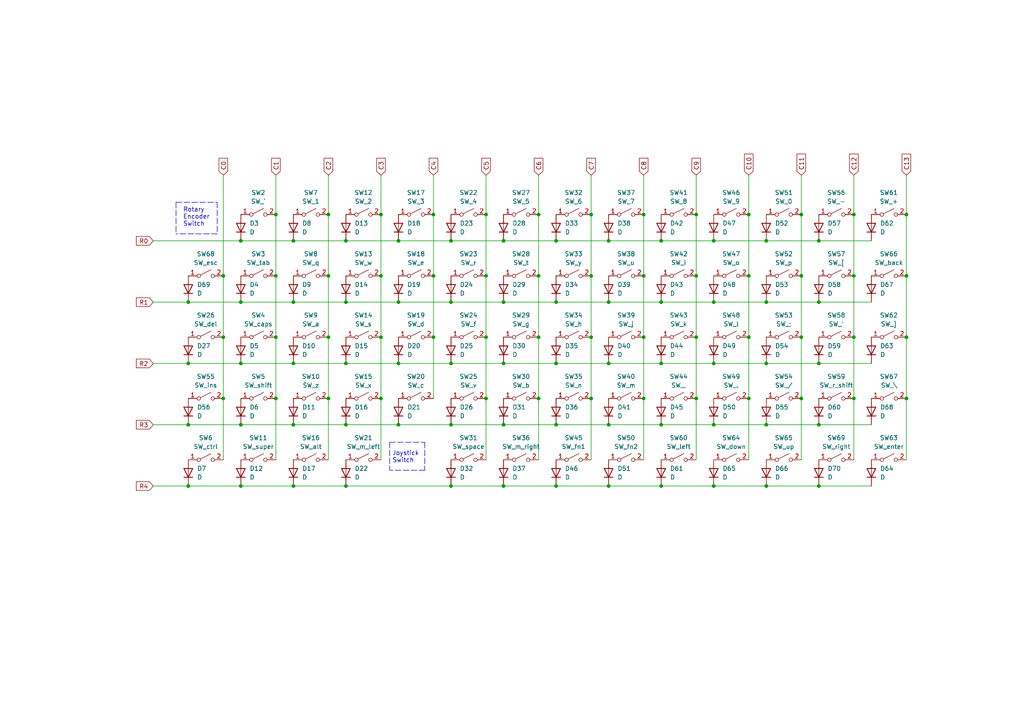
<source format=kicad_sch>
(kicad_sch (version 20211123) (generator eeschema)
  (paper "A4")
  (title_block (title "Switch Matrix") (comment 1 "CC BY-SA 2.0"))
  (lib_symbols
    (symbol "Device:D" (pin_numbers hide) (pin_names (offset 1.016) hide)
      (property "Reference" "D" (at 0 2.54 0))
      (property "Value" "D" (at 0 -2.54 0))
      (symbol "D_0_1"
        (polyline (pts (xy -1.27 1.27) (xy -1.27 -1.27)) (stroke (width 0.254)))
        (polyline (pts (xy 1.27 0) (xy -1.27 0)))
        (polyline (pts (xy 1.27 1.27) (xy 1.27 -1.27) (xy -1.27 0) (xy 1.27 1.27)) (stroke (width 0.254)))
      )
      (symbol "D_1_1"
        (pin passive line (at -3.81 0 0) (length 2.54) (name "K") (number "1"))
        (pin passive line (at 3.81 0 180) (length 2.54) (name "A") (number "2"))
      )
    )
    (symbol "Switch:SW_SPST" (pin_names (offset 0) hide)
      (property "Reference" "SW" (at 0 3.175 0))
      (property "Value" "SW_SPST" (at 0 -2.54 0))
      (symbol "SW_SPST_0_0"
        (circle (center -2.032 0) (radius 0.508))
        (polyline (pts (xy -1.524 0.254) (xy 1.524 1.778)))
        (circle (center 2.032 0) (radius 0.508))
      )
      (symbol "SW_SPST_1_1"
        (pin passive line (at -5.08 0 0) (length 2.54) (name "A") (number "1"))
        (pin passive line (at 5.08 0 180) (length 2.54) (name "B") (number "2"))
      )
    )
  )
  (junction (at 54.61 123.19))
  (junction (at 85.09 69.85))
  (junction (at 156.21 80.01))
  (junction (at 115.57 69.85))
  (junction (at 207.01 140.97))
  (junction (at 232.41 97.79))
  (junction (at 156.21 115.57))
  (junction (at 100.33 69.85))
  (junction (at 140.97 80.01))
  (junction (at 201.93 115.57))
  (junction (at 191.77 105.41))
  (junction (at 95.25 97.79))
  (junction (at 207.01 105.41))
  (junction (at 247.65 80.01))
  (junction (at 125.73 80.01))
  (junction (at 69.85 105.41))
  (junction (at 207.01 69.85))
  (junction (at 100.33 87.63))
  (junction (at 130.81 140.97))
  (junction (at 247.65 115.57))
  (junction (at 85.09 105.41))
  (junction (at 262.89 97.79))
  (junction (at 146.05 87.63))
  (junction (at 207.01 87.63))
  (junction (at 186.69 97.79))
  (junction (at 130.81 87.63))
  (junction (at 130.81 105.41))
  (junction (at 95.25 80.01))
  (junction (at 201.93 62.23))
  (junction (at 85.09 87.63))
  (junction (at 140.97 97.79))
  (junction (at 110.49 97.79))
  (junction (at 146.05 69.85))
  (junction (at 95.25 62.23))
  (junction (at 237.49 140.97))
  (junction (at 191.77 87.63))
  (junction (at 64.77 115.57))
  (junction (at 171.45 80.01))
  (junction (at 186.69 80.01))
  (junction (at 191.77 69.85))
  (junction (at 80.01 80.01))
  (junction (at 232.41 62.23))
  (junction (at 110.49 80.01))
  (junction (at 201.93 80.01))
  (junction (at 64.77 97.79))
  (junction (at 262.89 115.57))
  (junction (at 176.53 69.85))
  (junction (at 201.93 97.79))
  (junction (at 237.49 87.63))
  (junction (at 80.01 97.79))
  (junction (at 176.53 140.97))
  (junction (at 115.57 87.63))
  (junction (at 247.65 62.23))
  (junction (at 171.45 115.57))
  (junction (at 262.89 62.23))
  (junction (at 237.49 105.41))
  (junction (at 100.33 123.19))
  (junction (at 171.45 62.23))
  (junction (at 222.25 69.85))
  (junction (at 115.57 123.19))
  (junction (at 130.81 69.85))
  (junction (at 161.29 123.19))
  (junction (at 161.29 105.41))
  (junction (at 222.25 87.63))
  (junction (at 217.17 80.01))
  (junction (at 64.77 80.01))
  (junction (at 130.81 123.19))
  (junction (at 69.85 140.97))
  (junction (at 171.45 97.79))
  (junction (at 100.33 105.41))
  (junction (at 156.21 62.23))
  (junction (at 110.49 62.23))
  (junction (at 146.05 123.19))
  (junction (at 146.05 105.41))
  (junction (at 115.57 105.41))
  (junction (at 125.73 97.79))
  (junction (at 80.01 115.57))
  (junction (at 54.61 105.41))
  (junction (at 54.61 140.97))
  (junction (at 85.09 140.97))
  (junction (at 95.25 115.57))
  (junction (at 85.09 123.19))
  (junction (at 217.17 62.23))
  (junction (at 232.41 115.57))
  (junction (at 191.77 140.97))
  (junction (at 237.49 69.85))
  (junction (at 186.69 115.57))
  (junction (at 140.97 62.23))
  (junction (at 54.61 87.63))
  (junction (at 156.21 97.79))
  (junction (at 217.17 97.79))
  (junction (at 191.77 123.19))
  (junction (at 161.29 87.63))
  (junction (at 161.29 69.85))
  (junction (at 176.53 105.41))
  (junction (at 222.25 123.19))
  (junction (at 222.25 105.41))
  (junction (at 217.17 115.57))
  (junction (at 69.85 69.85))
  (junction (at 100.33 140.97))
  (junction (at 125.73 62.23))
  (junction (at 140.97 115.57))
  (junction (at 146.05 140.97))
  (junction (at 176.53 87.63))
  (junction (at 262.89 80.01))
  (junction (at 176.53 123.19))
  (junction (at 69.85 87.63))
  (junction (at 232.41 80.01))
  (junction (at 69.85 123.19))
  (junction (at 207.01 123.19))
  (junction (at 247.65 97.79))
  (junction (at 110.49 115.57))
  (junction (at 161.29 140.97))
  (junction (at 237.49 123.19))
  (junction (at 222.25 140.97))
  (junction (at 80.01 62.23))
  (junction (at 186.69 62.23))
  (wire (pts (xy 161.29 69.85) (xy 176.53 69.85)))
  (wire (pts (xy 146.05 123.19) (xy 161.29 123.19)))
  (wire (pts (xy 44.45 105.41) (xy 54.61 105.41)))
  (wire (pts (xy 201.93 97.79) (xy 201.93 115.57)))
  (wire (pts (xy 69.85 105.41) (xy 85.09 105.41)))
  (wire (pts (xy 44.45 87.63) (xy 54.61 87.63)))
  (wire (pts (xy 130.81 140.97) (xy 146.05 140.97)))
  (wire (pts (xy 176.53 87.63) (xy 191.77 87.63)))
  (wire (pts (xy 171.45 115.57) (xy 171.45 133.35)))
  (wire (pts (xy 100.33 105.41) (xy 115.57 105.41)))
  (wire (pts (xy 222.25 105.41) (xy 237.49 105.41)))
  (wire (pts (xy 191.77 140.97) (xy 207.01 140.97)))
  (wire (pts (xy 85.09 140.97) (xy 100.33 140.97)))
  (wire (pts (xy 237.49 87.63) (xy 252.73 87.63)))
  (wire (pts (xy 80.01 115.57) (xy 80.01 133.35)))
  (wire (pts (xy 232.41 80.01) (xy 232.41 97.79)))
  (wire (pts (xy 130.81 87.63) (xy 146.05 87.63)))
  (wire (pts (xy 176.53 140.97) (xy 191.77 140.97)))
  (wire (pts (xy 130.81 123.19) (xy 146.05 123.19)))
  (wire (pts (xy 146.05 87.63) (xy 161.29 87.63)))
  (polyline (pts (xy 123.19 128.27) (xy 123.19 136.398)))
  (wire (pts (xy 186.69 50.8) (xy 186.69 62.23)))
  (wire (pts (xy 54.61 123.19) (xy 69.85 123.19)))
  (wire (pts (xy 201.93 50.8) (xy 201.93 62.23)))
  (wire (pts (xy 237.49 140.97) (xy 252.73 140.97)))
  (wire (pts (xy 54.61 105.41) (xy 69.85 105.41)))
  (wire (pts (xy 176.53 105.41) (xy 191.77 105.41)))
  (wire (pts (xy 69.85 69.85) (xy 85.09 69.85)))
  (wire (pts (xy 191.77 105.41) (xy 207.01 105.41)))
  (polyline (pts (xy 62.992 67.818) (xy 51.054 67.818)))
  (wire (pts (xy 217.17 115.57) (xy 217.17 133.35)))
  (wire (pts (xy 125.73 62.23) (xy 125.73 80.01)))
  (wire (pts (xy 232.41 97.79) (xy 232.41 115.57)))
  (wire (pts (xy 191.77 87.63) (xy 207.01 87.63)))
  (wire (pts (xy 262.89 62.23) (xy 262.89 80.01)))
  (wire (pts (xy 247.65 97.79) (xy 247.65 115.57)))
  (wire (pts (xy 100.33 69.85) (xy 115.57 69.85)))
  (wire (pts (xy 247.65 62.23) (xy 247.65 80.01)))
  (wire (pts (xy 125.73 97.79) (xy 125.73 115.57)))
  (wire (pts (xy 186.69 62.23) (xy 186.69 80.01)))
  (wire (pts (xy 115.57 69.85) (xy 130.81 69.85)))
  (wire (pts (xy 237.49 123.19) (xy 252.73 123.19)))
  (wire (pts (xy 130.81 105.41) (xy 146.05 105.41)))
  (wire (pts (xy 156.21 50.8) (xy 156.21 62.23)))
  (wire (pts (xy 171.45 62.23) (xy 171.45 80.01)))
  (wire (pts (xy 222.25 123.19) (xy 237.49 123.19)))
  (wire (pts (xy 161.29 105.41) (xy 176.53 105.41)))
  (wire (pts (xy 201.93 80.01) (xy 201.93 97.79)))
  (wire (pts (xy 85.09 123.19) (xy 100.33 123.19)))
  (wire (pts (xy 232.41 62.23) (xy 232.41 80.01)))
  (wire (pts (xy 262.89 97.79) (xy 262.89 115.57)))
  (wire (pts (xy 207.01 140.97) (xy 222.25 140.97)))
  (wire (pts (xy 232.41 115.57) (xy 232.41 133.35)))
  (wire (pts (xy 262.89 115.57) (xy 262.89 133.35)))
  (wire (pts (xy 156.21 80.01) (xy 156.21 97.79)))
  (wire (pts (xy 125.73 80.01) (xy 125.73 97.79)))
  (wire (pts (xy 110.49 50.8) (xy 110.49 62.23)))
  (wire (pts (xy 171.45 97.79) (xy 171.45 115.57)))
  (wire (pts (xy 186.69 97.79) (xy 186.69 115.57)))
  (wire (pts (xy 201.93 115.57) (xy 201.93 133.35)))
  (wire (pts (xy 247.65 115.57) (xy 247.65 133.35)))
  (wire (pts (xy 140.97 62.23) (xy 140.97 80.01)))
  (wire (pts (xy 156.21 115.57) (xy 156.21 133.35)))
  (wire (pts (xy 110.49 62.23) (xy 110.49 80.01)))
  (wire (pts (xy 80.01 80.01) (xy 80.01 97.79)))
  (polyline (pts (xy 113.03 128.27) (xy 123.19 128.27)))
  (wire (pts (xy 217.17 62.23) (xy 217.17 80.01)))
  (polyline (pts (xy 51.054 58.674) (xy 51.054 67.818)))
  (wire (pts (xy 176.53 123.19) (xy 191.77 123.19)))
  (wire (pts (xy 262.89 80.01) (xy 262.89 97.79)))
  (wire (pts (xy 130.81 69.85) (xy 146.05 69.85)))
  (wire (pts (xy 207.01 105.41) (xy 222.25 105.41)))
  (wire (pts (xy 247.65 80.01) (xy 247.65 97.79)))
  (wire (pts (xy 217.17 80.01) (xy 217.17 97.79)))
  (wire (pts (xy 207.01 123.19) (xy 222.25 123.19)))
  (wire (pts (xy 85.09 105.41) (xy 100.33 105.41)))
  (wire (pts (xy 156.21 97.79) (xy 156.21 115.57)))
  (wire (pts (xy 171.45 80.01) (xy 171.45 97.79)))
  (wire (pts (xy 222.25 87.63) (xy 237.49 87.63)))
  (wire (pts (xy 95.25 80.01) (xy 95.25 97.79)))
  (wire (pts (xy 161.29 87.63) (xy 176.53 87.63)))
  (wire (pts (xy 80.01 97.79) (xy 80.01 115.57)))
  (wire (pts (xy 85.09 87.63) (xy 100.33 87.63)))
  (wire (pts (xy 44.45 123.19) (xy 54.61 123.19)))
  (wire (pts (xy 156.21 62.23) (xy 156.21 80.01)))
  (wire (pts (xy 125.73 50.8) (xy 125.73 62.23)))
  (wire (pts (xy 191.77 123.19) (xy 207.01 123.19)))
  (wire (pts (xy 69.85 140.97) (xy 85.09 140.97)))
  (wire (pts (xy 201.93 62.23) (xy 201.93 80.01)))
  (wire (pts (xy 64.77 80.01) (xy 64.77 97.79)))
  (wire (pts (xy 146.05 69.85) (xy 161.29 69.85)))
  (wire (pts (xy 110.49 97.79) (xy 110.49 115.57)))
  (wire (pts (xy 64.77 97.79) (xy 64.77 115.57)))
  (wire (pts (xy 262.89 50.8) (xy 262.89 62.23)))
  (wire (pts (xy 115.57 123.19) (xy 130.81 123.19)))
  (wire (pts (xy 146.05 140.97) (xy 161.29 140.97)))
  (wire (pts (xy 222.25 69.85) (xy 237.49 69.85)))
  (polyline (pts (xy 113.03 128.27) (xy 113.03 136.398)))
  (polyline (pts (xy 123.19 136.398) (xy 113.03 136.398)))
  (wire (pts (xy 247.65 50.8) (xy 247.65 62.23)))
  (wire (pts (xy 140.97 80.01) (xy 140.97 97.79)))
  (wire (pts (xy 207.01 87.63) (xy 222.25 87.63)))
  (wire (pts (xy 115.57 105.41) (xy 130.81 105.41)))
  (wire (pts (xy 207.01 69.85) (xy 222.25 69.85)))
  (wire (pts (xy 237.49 105.41) (xy 252.73 105.41)))
  (wire (pts (xy 69.85 123.19) (xy 85.09 123.19)))
  (wire (pts (xy 191.77 69.85) (xy 207.01 69.85)))
  (wire (pts (xy 140.97 97.79) (xy 140.97 115.57)))
  (wire (pts (xy 161.29 140.97) (xy 176.53 140.97)))
  (polyline (pts (xy 62.992 58.674) (xy 62.992 67.818)))
  (wire (pts (xy 54.61 140.97) (xy 69.85 140.97)))
  (wire (pts (xy 80.01 62.23) (xy 80.01 80.01)))
  (wire (pts (xy 140.97 115.57) (xy 140.97 133.35)))
  (wire (pts (xy 186.69 115.57) (xy 186.69 133.35)))
  (wire (pts (xy 85.09 69.85) (xy 100.33 69.85)))
  (wire (pts (xy 161.29 123.19) (xy 176.53 123.19)))
  (wire (pts (xy 217.17 50.8) (xy 217.17 62.23)))
  (wire (pts (xy 69.85 87.63) (xy 85.09 87.63)))
  (wire (pts (xy 176.53 69.85) (xy 191.77 69.85)))
  (wire (pts (xy 237.49 69.85) (xy 252.73 69.85)))
  (wire (pts (xy 95.25 115.57) (xy 95.25 133.35)))
  (wire (pts (xy 222.25 140.97) (xy 237.49 140.97)))
  (wire (pts (xy 95.25 50.8) (xy 95.25 62.23)))
  (wire (pts (xy 95.25 62.23) (xy 95.25 80.01)))
  (wire (pts (xy 140.97 50.8) (xy 140.97 62.23)))
  (wire (pts (xy 95.25 97.79) (xy 95.25 115.57)))
  (wire (pts (xy 110.49 80.01) (xy 110.49 97.79)))
  (wire (pts (xy 217.17 97.79) (xy 217.17 115.57)))
  (wire (pts (xy 44.45 69.85) (xy 69.85 69.85)))
  (wire (pts (xy 100.33 123.19) (xy 115.57 123.19)))
  (wire (pts (xy 186.69 80.01) (xy 186.69 97.79)))
  (wire (pts (xy 110.49 115.57) (xy 110.49 133.35)))
  (wire (pts (xy 146.05 105.41) (xy 161.29 105.41)))
  (wire (pts (xy 171.45 50.8) (xy 171.45 62.23)))
  (wire (pts (xy 44.45 140.97) (xy 54.61 140.97)))
  (polyline (pts (xy 51.054 58.674) (xy 62.992 58.674)))
  (wire (pts (xy 64.77 50.8) (xy 64.77 80.01)))
  (wire (pts (xy 54.61 87.63) (xy 69.85 87.63)))
  (wire (pts (xy 100.33 140.97) (xy 130.81 140.97)))
  (wire (pts (xy 64.77 115.57) (xy 64.77 133.35)))
  (wire (pts (xy 115.57 87.63) (xy 130.81 87.63)))
  (wire (pts (xy 232.41 50.8) (xy 232.41 62.23)))
  (wire (pts (xy 80.01 50.8) (xy 80.01 62.23)))
  (wire (pts (xy 100.33 87.63) (xy 115.57 87.63)))
  (text "Rotary\nEncoder\nSwitch" (at 53.086 65.786 0) (effects (font (size 1.27 1.27)) (justify left bottom)))
  (text "Joystick\nSwitch" (at 113.792 134.366 0) (effects (font (size 1.27 1.27)) (justify left bottom)))
  (global_label "R1" (shape input) (at 44.45 87.63 180) (property "Intersheet References" "${INTERSHEET_REFS}" (effects hide)))
  (global_label "C4" (shape input) (at 125.73 50.8 90) (property "Intersheet References" "${INTERSHEET_REFS}" (effects hide)))
  (global_label "C13" (shape input) (at 262.89 50.8 90) (property "Intersheet References" "${INTERSHEET_REFS}" (effects hide)))
  (global_label "C10" (shape input) (at 217.17 50.8 90) (property "Intersheet References" "${INTERSHEET_REFS}" (effects hide)))
  (global_label "R3" (shape input) (at 44.45 123.19 180) (property "Intersheet References" "${INTERSHEET_REFS}" (effects hide)))
  (global_label "C7" (shape input) (at 171.45 50.8 90) (property "Intersheet References" "${INTERSHEET_REFS}" (effects hide)))
  (global_label "R4" (shape input) (at 44.45 140.97 180) (property "Intersheet References" "${INTERSHEET_REFS}" (effects hide)))
  (global_label "C8" (shape input) (at 186.69 50.8 90) (property "Intersheet References" "${INTERSHEET_REFS}" (effects hide)))
  (global_label "C3" (shape input) (at 110.49 50.8 90) (property "Intersheet References" "${INTERSHEET_REFS}" (effects hide)))
  (global_label "C12" (shape input) (at 247.65 50.8 90) (property "Intersheet References" "${INTERSHEET_REFS}" (effects hide)))
  (global_label "R0" (shape input) (at 44.45 69.85 180) (property "Intersheet References" "${INTERSHEET_REFS}" (effects hide)))
  (global_label "C1" (shape input) (at 80.01 50.8 90) (property "Intersheet References" "${INTERSHEET_REFS}" (effects hide)))
  (global_label "C5" (shape input) (at 140.97 50.8 90) (property "Intersheet References" "${INTERSHEET_REFS}" (effects hide)))
  (global_label "C11" (shape input) (at 232.41 50.8 90) (property "Intersheet References" "${INTERSHEET_REFS}" (effects hide)))
  (global_label "C9" (shape input) (at 201.93 50.8 90) (property "Intersheet References" "${INTERSHEET_REFS}" (effects hide)))
  (global_label "C0" (shape input) (at 64.77 50.8 90) (property "Intersheet References" "${INTERSHEET_REFS}" (effects hide)))
  (global_label "C2" (shape input) (at 95.25 50.8 90) (property "Intersheet References" "${INTERSHEET_REFS}" (effects hide)))
  (global_label "R2" (shape input) (at 44.45 105.41 180) (property "Intersheet References" "${INTERSHEET_REFS}" (effects hide)))
  (global_label "C6" (shape input) (at 156.21 50.8 90) (property "Intersheet References" "${INTERSHEET_REFS}" (effects hide)))
  (symbol (lib_id "Device:D") (at 146.05 83.82 90) (unit 1)
    (property "Reference" "D29" (at 148.59 82.5499 90) (effects (justify right)))
    (property "Value" "D" (at 148.59 85.0899 90) (effects (justify right)))
    (property "Footprint" "Diode_THT:D_DO-35_SOD27_P7.62mm_Horizontal" (effects hide))
  )
  (symbol (lib_id "Device:D") (at 252.73 83.82 90) (unit 1)
    (property "Reference" "D67" (at 255.27 82.5499 90) (effects (justify right)))
    (property "Value" "D" (at 255.27 85.0899 90) (effects (justify right)))
    (property "Footprint" "Diode_THT:D_DO-35_SOD27_P7.62mm_Horizontal" (effects hide))
  )
  (symbol (lib_id "Device:D") (at 176.53 83.82 90) (unit 1)
    (property "Reference" "D39" (at 179.07 82.5499 90) (effects (justify right)))
    (property "Value" "D" (at 179.07 85.0899 90) (effects (justify right)))
    (property "Footprint" "Diode_THT:D_DO-35_SOD27_P7.62mm_Horizontal" (effects hide))
  )
  (symbol (lib_id "Switch:SW_SPST") (at 181.61 80.01 0) (unit 1)
    (property "Reference" "SW38" (at 181.61 73.66 0))
    (property "Value" "SW_u" (at 181.61 76.2 0))
    (property "Footprint" "Switch_Keyboard_Hotswap_Kailh:SW_Hotswap_Kailh_MX_1.00u" (effects hide))
  )
  (symbol (lib_id "Switch:SW_SPST") (at 212.09 62.23 0) (unit 1)
    (property "Reference" "SW46" (at 212.09 55.88 0))
    (property "Value" "SW_9" (at 212.09 58.42 0))
    (property "Footprint" "Switch_Keyboard_Hotswap_Kailh:SW_Hotswap_Kailh_MX_1.00u" (effects hide))
  )
  (symbol (lib_id "Device:D") (at 161.29 119.38 90) (unit 1)
    (property "Reference" "D36" (at 163.83 118.1099 90) (effects (justify right)))
    (property "Value" "D" (at 163.83 120.6499 90) (effects (justify right)))
    (property "Footprint" "Diode_THT:D_DO-35_SOD27_P7.62mm_Horizontal" (effects hide))
  )
  (symbol (lib_id "Switch:SW_SPST") (at 74.93 133.35 0) (unit 1)
    (property "Reference" "SW11" (at 74.93 127 0))
    (property "Value" "SW_super" (at 74.93 129.54 0))
    (property "Footprint" "Switch_Keyboard_Hotswap_Kailh:SW_Hotswap_Kailh_MX_1.25u" (effects hide))
  )
  (symbol (lib_id "Switch:SW_SPST") (at 105.41 97.79 0) (unit 1)
    (property "Reference" "SW14" (at 105.41 91.44 0))
    (property "Value" "SW_s" (at 105.41 93.98 0))
    (property "Footprint" "Switch_Keyboard_Hotswap_Kailh:SW_Hotswap_Kailh_MX_1.00u" (effects hide))
  )
  (symbol (lib_id "Switch:SW_SPST") (at 227.33 133.35 0) (unit 1)
    (property "Reference" "SW65" (at 227.33 127 0))
    (property "Value" "SW_up" (at 227.33 129.54 0))
    (property "Footprint" "Switch_Keyboard_Hotswap_Kailh:SW_Hotswap_Kailh_MX_1.00u" (effects hide))
  )
  (symbol (lib_id "Switch:SW_SPST") (at 166.37 62.23 0) (unit 1)
    (property "Reference" "SW32" (at 166.37 55.88 0))
    (property "Value" "SW_6" (at 166.37 58.42 0))
    (property "Footprint" "Switch_Keyboard_Hotswap_Kailh:SW_Hotswap_Kailh_MX_1.00u" (effects hide))
  )
  (symbol (lib_id "Device:D") (at 100.33 137.16 90) (unit 1)
    (property "Reference" "D22" (at 102.87 135.8899 90) (effects (justify right)))
    (property "Value" "D" (at 102.87 138.4299 90) (effects (justify right)))
    (property "Footprint" "Diode_THT:D_DO-35_SOD27_P7.62mm_Horizontal" (effects hide))
  )
  (symbol (lib_id "Device:D") (at 207.01 83.82 90) (unit 1)
    (property "Reference" "D48" (at 209.55 82.5499 90) (effects (justify right)))
    (property "Value" "D" (at 209.55 85.0899 90) (effects (justify right)))
    (property "Footprint" "Diode_THT:D_DO-35_SOD27_P7.62mm_Horizontal" (effects hide))
  )
  (symbol (lib_id "Device:D") (at 222.25 83.82 90) (unit 1)
    (property "Reference" "D53" (at 224.79 82.5499 90) (effects (justify right)))
    (property "Value" "D" (at 224.79 85.0899 90) (effects (justify right)))
    (property "Footprint" "Diode_THT:D_DO-35_SOD27_P7.62mm_Horizontal" (effects hide))
  )
  (symbol (lib_id "Device:D") (at 161.29 83.82 90) (unit 1)
    (property "Reference" "D34" (at 163.83 82.5499 90) (effects (justify right)))
    (property "Value" "D" (at 163.83 85.0899 90) (effects (justify right)))
    (property "Footprint" "Diode_THT:D_DO-35_SOD27_P7.62mm_Horizontal" (effects hide))
  )
  (symbol (lib_id "Device:D") (at 54.61 119.38 90) (unit 1)
    (property "Reference" "D56" (at 57.15 118.1099 90) (effects (justify right)))
    (property "Value" "D" (at 57.15 120.6499 90) (effects (justify right)))
    (property "Footprint" "Diode_THT:D_DO-35_SOD27_P7.62mm_Horizontal" (effects hide))
  )
  (symbol (lib_id "Device:D") (at 207.01 137.16 90) (unit 1)
    (property "Reference" "D65" (at 209.55 135.8899 90) (effects (justify right)))
    (property "Value" "D" (at 209.55 138.4299 90) (effects (justify right)))
    (property "Footprint" "Diode_THT:D_DO-35_SOD27_P7.62mm_Horizontal" (effects hide))
  )
  (symbol (lib_id "Switch:SW_SPST") (at 257.81 62.23 0) (unit 1)
    (property "Reference" "SW61" (at 257.81 55.88 0))
    (property "Value" "SW_+" (at 257.81 58.42 0))
    (property "Footprint" "Switch_Keyboard_Hotswap_Kailh:SW_Hotswap_Kailh_MX_1.00u" (effects hide))
  )
  (symbol (lib_id "Device:D") (at 176.53 101.6 90) (unit 1)
    (property "Reference" "D40" (at 179.07 100.3299 90) (effects (justify right)))
    (property "Value" "D" (at 179.07 102.8699 90) (effects (justify right)))
    (property "Footprint" "Diode_THT:D_DO-35_SOD27_P7.62mm_Horizontal" (effects hide))
  )
  (symbol (lib_id "Device:D") (at 176.53 66.04 90) (unit 1)
    (property "Reference" "D38" (at 179.07 64.7699 90) (effects (justify right)))
    (property "Value" "D" (at 179.07 67.3099 90) (effects (justify right)))
    (property "Footprint" "Diode_THT:D_DO-35_SOD27_P7.62mm_Horizontal" (effects hide))
  )
  (symbol (lib_id "Switch:SW_SPST") (at 135.89 62.23 0) (unit 1)
    (property "Reference" "SW22" (at 135.89 55.88 0))
    (property "Value" "SW_4" (at 135.89 58.42 0))
    (property "Footprint" "Switch_Keyboard_Hotswap_Kailh:SW_Hotswap_Kailh_MX_1.00u" (effects hide))
  )
  (symbol (lib_id "Switch:SW_SPST") (at 74.93 62.23 0) (unit 1)
    (property "Reference" "SW2" (at 74.93 55.88 0))
    (property "Value" "SW_`" (at 74.93 58.42 0))
    (property "Footprint" "Switch_Keyboard_Hotswap_Kailh:SW_Hotswap_Kailh_MX_1.00u" (effects hide))
  )
  (symbol (lib_id "Device:D") (at 130.81 83.82 90) (unit 1)
    (property "Reference" "D24" (at 133.35 82.5499 90) (effects (justify right)))
    (property "Value" "D" (at 133.35 85.0899 90) (effects (justify right)))
    (property "Footprint" "Diode_THT:D_DO-35_SOD27_P7.62mm_Horizontal" (effects hide))
  )
  (symbol (lib_id "Device:D") (at 161.29 66.04 90) (unit 1)
    (property "Reference" "D33" (at 163.83 64.7699 90) (effects (justify right)))
    (property "Value" "D" (at 163.83 67.3099 90) (effects (justify right)))
    (property "Footprint" "Diode_THT:D_DO-35_SOD27_P7.62mm_Horizontal" (effects hide))
  )
  (symbol (lib_id "Device:D") (at 69.85 101.6 90) (unit 1)
    (property "Reference" "D5" (at 72.39 100.3299 90) (effects (justify right)))
    (property "Value" "D" (at 72.39 102.8699 90) (effects (justify right)))
    (property "Footprint" "Diode_THT:D_DO-35_SOD27_P7.62mm_Horizontal" (effects hide))
  )
  (symbol (lib_id "Device:D") (at 191.77 137.16 90) (unit 1)
    (property "Reference" "D61" (at 194.31 135.8899 90) (effects (justify right)))
    (property "Value" "D" (at 194.31 138.4299 90) (effects (justify right)))
    (property "Footprint" "Diode_THT:D_DO-35_SOD27_P7.62mm_Horizontal" (effects hide))
  )
  (symbol (lib_id "Switch:SW_SPST") (at 257.81 133.35 0) (unit 1)
    (property "Reference" "SW63" (at 257.81 127 0))
    (property "Value" "SW_enter" (at 257.81 129.54 0))
    (property "Footprint" "Switch_Keyboard_Hotswap_Kailh:SW_Hotswap_Kailh_MX_2.25u" (effects hide))
  )
  (symbol (lib_id "Device:D") (at 222.25 66.04 90) (unit 1)
    (property "Reference" "D52" (at 224.79 64.7699 90) (effects (justify right)))
    (property "Value" "D" (at 224.79 67.3099 90) (effects (justify right)))
    (property "Footprint" "Diode_THT:D_DO-35_SOD27_P7.62mm_Horizontal" (effects hide))
  )
  (symbol (lib_id "Switch:SW_SPST") (at 196.85 115.57 0) (unit 1)
    (property "Reference" "SW44" (at 196.85 109.22 0))
    (property "Value" "SW_," (at 196.85 111.76 0))
    (property "Footprint" "Switch_Keyboard_Hotswap_Kailh:SW_Hotswap_Kailh_MX_1.00u" (effects hide))
  )
  (symbol (lib_id "Device:D") (at 161.29 137.16 90) (unit 1)
    (property "Reference" "D46" (at 163.83 135.8899 90) (effects (justify right)))
    (property "Value" "D" (at 163.83 138.4299 90) (effects (justify right)))
    (property "Footprint" "Diode_THT:D_DO-35_SOD27_P7.62mm_Horizontal" (effects hide))
  )
  (symbol (lib_id "Switch:SW_SPST") (at 242.57 115.57 0) (unit 1)
    (property "Reference" "SW59" (at 242.57 109.22 0))
    (property "Value" "SW_r_shift" (at 242.57 111.76 0))
    (property "Footprint" "Switch_Keyboard_Hotswap_Kailh:SW_Hotswap_Kailh_MX_2.75u" (effects hide))
  )
  (symbol (lib_id "Switch:SW_SPST") (at 196.85 133.35 0) (unit 1)
    (property "Reference" "SW60" (at 196.85 127 0))
    (property "Value" "SW_left" (at 196.85 129.54 0))
    (property "Footprint" "Switch_Keyboard_Hotswap_Kailh:SW_Hotswap_Kailh_MX_1.00u" (effects hide))
  )
  (symbol (lib_id "Device:D") (at 100.33 83.82 90) (unit 1)
    (property "Reference" "D14" (at 102.87 82.5499 90) (effects (justify right)))
    (property "Value" "D" (at 102.87 85.0899 90) (effects (justify right)))
    (property "Footprint" "Diode_THT:D_DO-35_SOD27_P7.62mm_Horizontal" (effects hide))
  )
  (symbol (lib_id "Device:D") (at 252.73 119.38 90) (unit 1)
    (property "Reference" "D68" (at 255.27 118.1099 90) (effects (justify right)))
    (property "Value" "D" (at 255.27 120.6499 90) (effects (justify right)))
    (property "Footprint" "Diode_THT:D_DO-35_SOD27_P7.62mm_Horizontal" (effects hide))
  )
  (symbol (lib_id "Device:D") (at 237.49 137.16 90) (unit 1)
    (property "Reference" "D70" (at 240.03 135.8899 90) (effects (justify right)))
    (property "Value" "D" (at 240.03 138.4299 90) (effects (justify right)))
    (property "Footprint" "Diode_THT:D_DO-35_SOD27_P7.62mm_Horizontal" (effects hide))
  )
  (symbol (lib_id "Switch:SW_SPST") (at 151.13 133.35 0) (unit 1)
    (property "Reference" "SW36" (at 151.13 127 0))
    (property "Value" "SW_m_right" (at 151.13 129.54 0))
    (property "Footprint" "Switch_Keyboard_Hotswap_Kailh:SW_Hotswap_Kailh_MX_1.00u" (effects hide))
  )
  (symbol (lib_id "Device:D") (at 85.09 66.04 90) (unit 1)
    (property "Reference" "D8" (at 87.63 64.7699 90) (effects (justify right)))
    (property "Value" "D" (at 87.63 67.3099 90) (effects (justify right)))
    (property "Footprint" "Diode_THT:D_DO-35_SOD27_P7.62mm_Horizontal" (effects hide))
  )
  (symbol (lib_id "Device:D") (at 130.81 101.6 90) (unit 1)
    (property "Reference" "D25" (at 133.35 100.3299 90) (effects (justify right)))
    (property "Value" "D" (at 133.35 102.8699 90) (effects (justify right)))
    (property "Footprint" "Diode_THT:D_DO-35_SOD27_P7.62mm_Horizontal" (effects hide))
  )
  (symbol (lib_id "Device:D") (at 115.57 66.04 90) (unit 1)
    (property "Reference" "D18" (at 118.11 64.7699 90) (effects (justify right)))
    (property "Value" "D" (at 118.11 67.3099 90) (effects (justify right)))
    (property "Footprint" "Diode_THT:D_DO-35_SOD27_P7.62mm_Horizontal" (effects hide))
  )
  (symbol (lib_id "Switch:SW_SPST") (at 105.41 80.01 0) (unit 1)
    (property "Reference" "SW13" (at 105.41 73.66 0))
    (property "Value" "SW_w" (at 105.41 76.2 0))
    (property "Footprint" "Switch_Keyboard_Hotswap_Kailh:SW_Hotswap_Kailh_MX_1.00u" (effects hide))
  )
  (symbol (lib_id "Switch:SW_SPST") (at 105.41 133.35 0) (unit 1)
    (property "Reference" "SW21" (at 105.41 127 0))
    (property "Value" "SW_m_left" (at 105.41 129.54 0))
    (property "Footprint" "Switch_Keyboard_Hotswap_Kailh:SW_Hotswap_Kailh_MX_1.00u" (effects hide))
  )
  (symbol (lib_id "Device:D") (at 146.05 119.38 90) (unit 1)
    (property "Reference" "D31" (at 148.59 118.1099 90) (effects (justify right)))
    (property "Value" "D" (at 148.59 120.6499 90) (effects (justify right)))
    (property "Footprint" "Diode_THT:D_DO-35_SOD27_P7.62mm_Horizontal" (effects hide))
  )
  (symbol (lib_id "Device:D") (at 252.73 101.6 90) (unit 1)
    (property "Reference" "D63" (at 255.27 100.3299 90) (effects (justify right)))
    (property "Value" "D" (at 255.27 102.8699 90) (effects (justify right)))
    (property "Footprint" "Diode_THT:D_DO-35_SOD27_P7.62mm_Horizontal" (effects hide))
  )
  (symbol (lib_id "Switch:SW_SPST") (at 105.41 115.57 0) (unit 1)
    (property "Reference" "SW15" (at 105.41 109.22 0))
    (property "Value" "SW_x" (at 105.41 111.76 0))
    (property "Footprint" "Switch_Keyboard_Hotswap_Kailh:SW_Hotswap_Kailh_MX_1.00u" (effects hide))
  )
  (symbol (lib_id "Switch:SW_SPST") (at 135.89 97.79 0) (unit 1)
    (property "Reference" "SW24" (at 135.89 91.44 0))
    (property "Value" "SW_f" (at 135.89 93.98 0))
    (property "Footprint" "Switch_Keyboard_Hotswap_Kailh:SW_Hotswap_Kailh_MX_1.00u" (effects hide))
  )
  (symbol (lib_id "Switch:SW_SPST") (at 257.81 97.79 0) (unit 1)
    (property "Reference" "SW62" (at 257.81 91.44 0))
    (property "Value" "SW_]" (at 257.81 93.98 0))
    (property "Footprint" "Switch_Keyboard_Hotswap_Kailh:SW_Hotswap_Kailh_MX_1.00u" (effects hide))
  )
  (symbol (lib_id "Switch:SW_SPST") (at 74.93 97.79 0) (unit 1)
    (property "Reference" "SW4" (at 74.93 91.44 0))
    (property "Value" "SW_caps" (at 74.93 93.98 0))
    (property "Footprint" "Switch_Keyboard_Hotswap_Kailh:SW_Hotswap_Kailh_MX_1.75u" (effects hide))
  )
  (symbol (lib_id "Device:D") (at 130.81 119.38 90) (unit 1)
    (property "Reference" "D26" (at 133.35 118.1099 90) (effects (justify right)))
    (property "Value" "D" (at 133.35 120.6499 90) (effects (justify right)))
    (property "Footprint" "Diode_THT:D_DO-35_SOD27_P7.62mm_Horizontal" (effects hide))
  )
  (symbol (lib_id "Device:D") (at 69.85 137.16 90) (unit 1)
    (property "Reference" "D12" (at 72.39 135.8899 90) (effects (justify right)))
    (property "Value" "D" (at 72.39 138.4299 90) (effects (justify right)))
    (property "Footprint" "Diode_THT:D_DO-35_SOD27_P7.62mm_Horizontal" (effects hide))
  )
  (symbol (lib_id "Switch:SW_SPST") (at 212.09 80.01 0) (unit 1)
    (property "Reference" "SW47" (at 212.09 73.66 0))
    (property "Value" "SW_o" (at 212.09 76.2 0))
    (property "Footprint" "Switch_Keyboard_Hotswap_Kailh:SW_Hotswap_Kailh_MX_1.00u" (effects hide))
  )
  (symbol (lib_id "Device:D") (at 69.85 66.04 90) (unit 1)
    (property "Reference" "D3" (at 72.39 64.7699 90) (effects (justify right)))
    (property "Value" "D" (at 72.39 67.3099 90) (effects (justify right)))
    (property "Footprint" "Diode_THT:D_DO-35_SOD27_P7.62mm_Horizontal" (effects hide))
  )
  (symbol (lib_id "Switch:SW_SPST") (at 59.69 97.79 0) (unit 1)
    (property "Reference" "SW26" (at 59.69 91.44 0))
    (property "Value" "SW_del" (at 59.69 93.98 0))
    (property "Footprint" "Switch_Keyboard_Hotswap_Kailh:SW_Hotswap_Kailh_MX_1.00u" (effects hide))
  )
  (symbol (lib_id "Switch:SW_SPST") (at 105.41 62.23 0) (unit 1)
    (property "Reference" "SW12" (at 105.41 55.88 0))
    (property "Value" "SW_2" (at 105.41 58.42 0))
    (property "Footprint" "Switch_Keyboard_Hotswap_Kailh:SW_Hotswap_Kailh_MX_1.00u" (effects hide))
  )
  (symbol (lib_id "Switch:SW_SPST") (at 196.85 80.01 0) (unit 1)
    (property "Reference" "SW42" (at 196.85 73.66 0))
    (property "Value" "SW_i" (at 196.85 76.2 0))
    (property "Footprint" "Switch_Keyboard_Hotswap_Kailh:SW_Hotswap_Kailh_MX_1.00u" (effects hide))
  )
  (symbol (lib_id "Switch:SW_SPST") (at 90.17 115.57 0) (unit 1)
    (property "Reference" "SW10" (at 90.17 109.22 0))
    (property "Value" "SW_z" (at 90.17 111.76 0))
    (property "Footprint" "Switch_Keyboard_Hotswap_Kailh:SW_Hotswap_Kailh_MX_1.00u" (effects hide))
  )
  (symbol (lib_id "Switch:SW_SPST") (at 181.61 133.35 0) (unit 1)
    (property "Reference" "SW50" (at 181.61 127 0))
    (property "Value" "SW_fn2" (at 181.61 129.54 0))
    (property "Footprint" "Switch_Keyboard_Hotswap_Kailh:SW_Hotswap_Kailh_MX_1.00u" (effects hide))
  )
  (symbol (lib_id "Switch:SW_SPST") (at 135.89 115.57 0) (unit 1)
    (property "Reference" "SW25" (at 135.89 109.22 0))
    (property "Value" "SW_v" (at 135.89 111.76 0))
    (property "Footprint" "Switch_Keyboard_Hotswap_Kailh:SW_Hotswap_Kailh_MX_1.00u" (effects hide))
  )
  (symbol (lib_id "Switch:SW_SPST") (at 74.93 115.57 0) (unit 1)
    (property "Reference" "SW5" (at 74.93 109.22 0))
    (property "Value" "SW_shift" (at 74.93 111.76 0))
    (property "Footprint" "Switch_Keyboard_Hotswap_Kailh:SW_Hotswap_Kailh_MX_2.25u" (effects hide))
  )
  (symbol (lib_id "Device:D") (at 146.05 66.04 90) (unit 1)
    (property "Reference" "D28" (at 148.59 64.7699 90) (effects (justify right)))
    (property "Value" "D" (at 148.59 67.3099 90) (effects (justify right)))
    (property "Footprint" "Diode_THT:D_DO-35_SOD27_P7.62mm_Horizontal" (effects hide))
  )
  (symbol (lib_id "Device:D") (at 176.53 119.38 90) (unit 1)
    (property "Reference" "D41" (at 179.07 118.1099 90) (effects (justify right)))
    (property "Value" "D" (at 179.07 120.6499 90) (effects (justify right)))
    (property "Footprint" "Diode_THT:D_DO-35_SOD27_P7.62mm_Horizontal" (effects hide))
  )
  (symbol (lib_id "Device:D") (at 100.33 101.6 90) (unit 1)
    (property "Reference" "D15" (at 102.87 100.3299 90) (effects (justify right)))
    (property "Value" "D" (at 102.87 102.8699 90) (effects (justify right)))
    (property "Footprint" "Diode_THT:D_DO-35_SOD27_P7.62mm_Horizontal" (effects hide))
  )
  (symbol (lib_id "Switch:SW_SPST") (at 166.37 80.01 0) (unit 1)
    (property "Reference" "SW33" (at 166.37 73.66 0))
    (property "Value" "SW_y" (at 166.37 76.2 0))
    (property "Footprint" "Switch_Keyboard_Hotswap_Kailh:SW_Hotswap_Kailh_MX_1.00u" (effects hide))
  )
  (symbol (lib_id "Switch:SW_SPST") (at 151.13 80.01 0) (unit 1)
    (property "Reference" "SW28" (at 151.13 73.66 0))
    (property "Value" "SW_t" (at 151.13 76.2 0))
    (property "Footprint" "Switch_Keyboard_Hotswap_Kailh:SW_Hotswap_Kailh_MX_1.00u" (effects hide))
  )
  (symbol (lib_id "Device:D") (at 222.25 101.6 90) (unit 1)
    (property "Reference" "D54" (at 224.79 100.3299 90) (effects (justify right)))
    (property "Value" "D" (at 224.79 102.8699 90) (effects (justify right)))
    (property "Footprint" "Diode_THT:D_DO-35_SOD27_P7.62mm_Horizontal" (effects hide))
  )
  (symbol (lib_id "Switch:SW_SPST") (at 135.89 133.35 0) (unit 1)
    (property "Reference" "SW31" (at 135.89 127 0))
    (property "Value" "SW_space" (at 135.89 129.54 0))
    (property "Footprint" "Switch_Keyboard_Hotswap_Kailh:SW_Hotswap_Kailh_MX_6.25u" (effects hide))
  )
  (symbol (lib_id "Switch:SW_SPST") (at 59.69 80.01 0) (unit 1)
    (property "Reference" "SW68" (at 59.69 73.66 0))
    (property "Value" "SW_esc" (at 59.69 76.2 0))
    (property "Footprint" "Switch_Keyboard_Hotswap_Kailh:SW_Hotswap_Kailh_MX_1.00u" (effects hide))
  )
  (symbol (lib_id "Device:D") (at 54.61 101.6 90) (unit 1)
    (property "Reference" "D27" (at 57.15 100.3299 90) (effects (justify right)))
    (property "Value" "D" (at 57.15 102.8699 90) (effects (justify right)))
    (property "Footprint" "Diode_THT:D_DO-35_SOD27_P7.62mm_Horizontal" (effects hide))
  )
  (symbol (lib_id "Switch:SW_SPST") (at 196.85 97.79 0) (unit 1)
    (property "Reference" "SW43" (at 196.85 91.44 0))
    (property "Value" "SW_k" (at 196.85 93.98 0))
    (property "Footprint" "Switch_Keyboard_Hotswap_Kailh:SW_Hotswap_Kailh_MX_1.00u" (effects hide))
  )
  (symbol (lib_id "Switch:SW_SPST") (at 74.93 80.01 0) (unit 1)
    (property "Reference" "SW3" (at 74.93 73.66 0))
    (property "Value" "SW_tab" (at 74.93 76.2 0))
    (property "Footprint" "Switch_Keyboard_Hotswap_Kailh:SW_Hotswap_Kailh_MX_1.50u" (effects hide))
  )
  (symbol (lib_id "Switch:SW_SPST") (at 135.89 80.01 0) (unit 1)
    (property "Reference" "SW23" (at 135.89 73.66 0))
    (property "Value" "SW_r" (at 135.89 76.2 0))
    (property "Footprint" "Switch_Keyboard_Hotswap_Kailh:SW_Hotswap_Kailh_MX_1.00u" (effects hide))
  )
  (symbol (lib_id "Switch:SW_SPST") (at 212.09 115.57 0) (unit 1)
    (property "Reference" "SW49" (at 212.09 109.22 0))
    (property "Value" "SW_." (at 212.09 111.76 0))
    (property "Footprint" "Switch_Keyboard_Hotswap_Kailh:SW_Hotswap_Kailh_MX_1.00u" (effects hide))
  )
  (symbol (lib_id "Switch:SW_SPST") (at 212.09 133.35 0) (unit 1)
    (property "Reference" "SW64" (at 212.09 127 0))
    (property "Value" "SW_down" (at 212.09 129.54 0))
    (property "Footprint" "Switch_Keyboard_Hotswap_Kailh:SW_Hotswap_Kailh_MX_1.00u" (effects hide))
  )
  (symbol (lib_id "Device:D") (at 85.09 83.82 90) (unit 1)
    (property "Reference" "D9" (at 87.63 82.5499 90) (effects (justify right)))
    (property "Value" "D" (at 87.63 85.0899 90) (effects (justify right)))
    (property "Footprint" "Diode_THT:D_DO-35_SOD27_P7.62mm_Horizontal" (effects hide))
  )
  (symbol (lib_id "Switch:SW_SPST") (at 90.17 133.35 0) (unit 1)
    (property "Reference" "SW16" (at 90.17 127 0))
    (property "Value" "SW_alt" (at 90.17 129.54 0))
    (property "Footprint" "Switch_Keyboard_Hotswap_Kailh:SW_Hotswap_Kailh_MX_1.25u" (effects hide))
  )
  (symbol (lib_id "Switch:SW_SPST") (at 166.37 115.57 0) (unit 1)
    (property "Reference" "SW35" (at 166.37 109.22 0))
    (property "Value" "SW_n" (at 166.37 111.76 0))
    (property "Footprint" "Switch_Keyboard_Hotswap_Kailh:SW_Hotswap_Kailh_MX_1.00u" (effects hide))
  )
  (symbol (lib_id "Switch:SW_SPST") (at 59.69 133.35 0) (unit 1)
    (property "Reference" "SW6" (at 59.69 127 0))
    (property "Value" "SW_ctrl" (at 59.69 129.54 0))
    (property "Footprint" "Switch_Keyboard_Hotswap_Kailh:SW_Hotswap_Kailh_MX_1.25u" (effects hide))
  )
  (symbol (lib_id "Switch:SW_SPST") (at 227.33 80.01 0) (unit 1)
    (property "Reference" "SW52" (at 227.33 73.66 0))
    (property "Value" "SW_p" (at 227.33 76.2 0))
    (property "Footprint" "Switch_Keyboard_Hotswap_Kailh:SW_Hotswap_Kailh_MX_1.00u" (effects hide))
  )
  (symbol (lib_id "Device:D") (at 176.53 137.16 90) (unit 1)
    (property "Reference" "D51" (at 179.07 135.8899 90) (effects (justify right)))
    (property "Value" "D" (at 179.07 138.4299 90) (effects (justify right)))
    (property "Footprint" "Diode_THT:D_DO-35_SOD27_P7.62mm_Horizontal" (effects hide))
  )
  (symbol (lib_id "Switch:SW_SPST") (at 166.37 133.35 0) (unit 1)
    (property "Reference" "SW45" (at 166.37 127 0))
    (property "Value" "SW_fn1" (at 166.37 129.54 0))
    (property "Footprint" "Switch_Keyboard_Hotswap_Kailh:SW_Hotswap_Kailh_MX_1.00u" (effects hide))
  )
  (symbol (lib_id "Device:D") (at 100.33 119.38 90) (unit 1)
    (property "Reference" "D16" (at 102.87 118.1099 90) (effects (justify right)))
    (property "Value" "D" (at 102.87 120.6499 90) (effects (justify right)))
    (property "Footprint" "Diode_THT:D_DO-35_SOD27_P7.62mm_Horizontal" (effects hide))
  )
  (symbol (lib_id "Switch:SW_SPST") (at 242.57 97.79 0) (unit 1)
    (property "Reference" "SW58" (at 242.57 91.44 0))
    (property "Value" "SW_'" (at 242.57 93.98 0))
    (property "Footprint" "Switch_Keyboard_Hotswap_Kailh:SW_Hotswap_Kailh_MX_1.00u" (effects hide))
  )
  (symbol (lib_id "Switch:SW_SPST") (at 120.65 62.23 0) (unit 1)
    (property "Reference" "SW17" (at 120.65 55.88 0))
    (property "Value" "SW_3" (at 120.65 58.42 0))
    (property "Footprint" "Switch_Keyboard_Hotswap_Kailh:SW_Hotswap_Kailh_MX_1.00u" (effects hide))
  )
  (symbol (lib_id "Device:D") (at 222.25 137.16 90) (unit 1)
    (property "Reference" "D66" (at 224.79 135.8899 90) (effects (justify right)))
    (property "Value" "D" (at 224.79 138.4299 90) (effects (justify right)))
    (property "Footprint" "Diode_THT:D_DO-35_SOD27_P7.62mm_Horizontal" (effects hide))
  )
  (symbol (lib_id "Switch:SW_SPST") (at 227.33 115.57 0) (unit 1)
    (property "Reference" "SW54" (at 227.33 109.22 0))
    (property "Value" "SW_/" (at 227.33 111.76 0))
    (property "Footprint" "Switch_Keyboard_Hotswap_Kailh:SW_Hotswap_Kailh_MX_1.00u" (effects hide))
  )
  (symbol (lib_id "Switch:SW_SPST") (at 90.17 80.01 0) (unit 1)
    (property "Reference" "SW8" (at 90.17 73.66 0))
    (property "Value" "SW_q" (at 90.17 76.2 0))
    (property "Footprint" "Switch_Keyboard_Hotswap_Kailh:SW_Hotswap_Kailh_MX_1.00u" (effects hide))
  )
  (symbol (lib_id "Switch:SW_SPST") (at 90.17 62.23 0) (unit 1)
    (property "Reference" "SW7" (at 90.17 55.88 0))
    (property "Value" "SW_1" (at 90.17 58.42 0))
    (property "Footprint" "Switch_Keyboard_Hotswap_Kailh:SW_Hotswap_Kailh_MX_1.00u" (effects hide))
  )
  (symbol (lib_id "Device:D") (at 130.81 137.16 90) (unit 1)
    (property "Reference" "D32" (at 133.35 135.8899 90) (effects (justify right)))
    (property "Value" "D" (at 133.35 138.4299 90) (effects (justify right)))
    (property "Footprint" "Diode_THT:D_DO-35_SOD27_P7.62mm_Horizontal" (effects hide))
  )
  (symbol (lib_id "Device:D") (at 115.57 119.38 90) (unit 1)
    (property "Reference" "D21" (at 118.11 118.1099 90) (effects (justify right)))
    (property "Value" "D" (at 118.11 120.6499 90) (effects (justify right)))
    (property "Footprint" "Diode_THT:D_DO-35_SOD27_P7.62mm_Horizontal" (effects hide))
  )
  (symbol (lib_id "Device:D") (at 191.77 101.6 90) (unit 1)
    (property "Reference" "D44" (at 194.31 100.3299 90) (effects (justify right)))
    (property "Value" "D" (at 194.31 102.8699 90) (effects (justify right)))
    (property "Footprint" "Diode_THT:D_DO-35_SOD27_P7.62mm_Horizontal" (effects hide))
  )
  (symbol (lib_id "Device:D") (at 85.09 101.6 90) (unit 1)
    (property "Reference" "D10" (at 87.63 100.3299 90) (effects (justify right)))
    (property "Value" "D" (at 87.63 102.8699 90) (effects (justify right)))
    (property "Footprint" "Diode_THT:D_DO-35_SOD27_P7.62mm_Horizontal" (effects hide))
  )
  (symbol (lib_id "Switch:SW_SPST") (at 196.85 62.23 0) (unit 1)
    (property "Reference" "SW41" (at 196.85 55.88 0))
    (property "Value" "SW_8" (at 196.85 58.42 0))
    (property "Footprint" "Switch_Keyboard_Hotswap_Kailh:SW_Hotswap_Kailh_MX_1.00u" (effects hide))
  )
  (symbol (lib_id "Device:D") (at 207.01 119.38 90) (unit 1)
    (property "Reference" "D50" (at 209.55 118.1099 90) (effects (justify right)))
    (property "Value" "D" (at 209.55 120.6499 90) (effects (justify right)))
    (property "Footprint" "Diode_THT:D_DO-35_SOD27_P7.62mm_Horizontal" (effects hide))
  )
  (symbol (lib_id "Device:D") (at 252.73 66.04 90) (unit 1)
    (property "Reference" "D62" (at 255.27 64.7699 90) (effects (justify right)))
    (property "Value" "D" (at 255.27 67.3099 90) (effects (justify right)))
    (property "Footprint" "Diode_THT:D_DO-35_SOD27_P7.62mm_Horizontal" (effects hide))
  )
  (symbol (lib_id "Switch:SW_SPST") (at 227.33 62.23 0) (unit 1)
    (property "Reference" "SW51" (at 227.33 55.88 0))
    (property "Value" "SW_0" (at 227.33 58.42 0))
    (property "Footprint" "Switch_Keyboard_Hotswap_Kailh:SW_Hotswap_Kailh_MX_1.00u" (effects hide))
  )
  (symbol (lib_id "Switch:SW_SPST") (at 166.37 97.79 0) (unit 1)
    (property "Reference" "SW34" (at 166.37 91.44 0))
    (property "Value" "SW_h" (at 166.37 93.98 0))
    (property "Footprint" "Switch_Keyboard_Hotswap_Kailh:SW_Hotswap_Kailh_MX_1.00u" (effects hide))
  )
  (symbol (lib_id "Device:D") (at 207.01 66.04 90) (unit 1)
    (property "Reference" "D47" (at 209.55 64.7699 90) (effects (justify right)))
    (property "Value" "D" (at 209.55 67.3099 90) (effects (justify right)))
    (property "Footprint" "Diode_THT:D_DO-35_SOD27_P7.62mm_Horizontal" (effects hide))
  )
  (symbol (lib_id "Device:D") (at 237.49 66.04 90) (unit 1)
    (property "Reference" "D57" (at 240.03 64.7699 90) (effects (justify right)))
    (property "Value" "D" (at 240.03 67.3099 90) (effects (justify right)))
    (property "Footprint" "Diode_THT:D_DO-35_SOD27_P7.62mm_Horizontal" (effects hide))
  )
  (symbol (lib_id "Device:D") (at 130.81 66.04 90) (unit 1)
    (property "Reference" "D23" (at 133.35 64.7699 90) (effects (justify right)))
    (property "Value" "D" (at 133.35 67.3099 90) (effects (justify right)))
    (property "Footprint" "Diode_THT:D_DO-35_SOD27_P7.62mm_Horizontal" (effects hide))
  )
  (symbol (lib_id "Device:D") (at 146.05 101.6 90) (unit 1)
    (property "Reference" "D30" (at 148.59 100.3299 90) (effects (justify right)))
    (property "Value" "D" (at 148.59 102.8699 90) (effects (justify right)))
    (property "Footprint" "Diode_THT:D_DO-35_SOD27_P7.62mm_Horizontal" (effects hide))
  )
  (symbol (lib_id "Device:D") (at 54.61 137.16 90) (unit 1)
    (property "Reference" "D7" (at 57.15 135.8899 90) (effects (justify right)))
    (property "Value" "D" (at 57.15 138.4299 90) (effects (justify right)))
    (property "Footprint" "Diode_THT:D_DO-35_SOD27_P7.62mm_Horizontal" (effects hide))
  )
  (symbol (lib_id "Switch:SW_SPST") (at 227.33 97.79 0) (unit 1)
    (property "Reference" "SW53" (at 227.33 91.44 0))
    (property "Value" "SW_;" (at 227.33 93.98 0))
    (property "Footprint" "Switch_Keyboard_Hotswap_Kailh:SW_Hotswap_Kailh_MX_1.00u" (effects hide))
  )
  (symbol (lib_id "Device:D") (at 100.33 66.04 90) (unit 1)
    (property "Reference" "D13" (at 102.87 64.7699 90) (effects (justify right)))
    (property "Value" "D" (at 102.87 67.3099 90) (effects (justify right)))
    (property "Footprint" "Diode_THT:D_DO-35_SOD27_P7.62mm_Horizontal" (effects hide))
  )
  (symbol (lib_id "Switch:SW_SPST") (at 120.65 80.01 0) (unit 1)
    (property "Reference" "SW18" (at 120.65 73.66 0))
    (property "Value" "SW_e" (at 120.65 76.2 0))
    (property "Footprint" "Switch_Keyboard_Hotswap_Kailh:SW_Hotswap_Kailh_MX_1.00u" (effects hide))
  )
  (symbol (lib_id "Switch:SW_SPST") (at 242.57 80.01 0) (unit 1)
    (property "Reference" "SW57" (at 242.57 73.66 0))
    (property "Value" "SW_[" (at 242.57 76.2 0))
    (property "Footprint" "Switch_Keyboard_Hotswap_Kailh:SW_Hotswap_Kailh_MX_1.00u" (effects hide))
  )
  (symbol (lib_id "Switch:SW_SPST") (at 257.81 115.57 0) (unit 1)
    (property "Reference" "SW67" (at 257.81 109.22 0))
    (property "Value" "SW_\\" (at 257.81 111.76 0))
    (property "Footprint" "Switch_Keyboard_Hotswap_Kailh:SW_Hotswap_Kailh_MX_1.50u" (effects hide))
  )
  (symbol (lib_id "Switch:SW_SPST") (at 242.57 133.35 0) (unit 1)
    (property "Reference" "SW69" (at 242.57 127 0))
    (property "Value" "SW_right" (at 242.57 129.54 0))
    (property "Footprint" "Switch_Keyboard_Hotswap_Kailh:SW_Hotswap_Kailh_MX_1.00u" (effects hide))
  )
  (symbol (lib_id "Device:D") (at 237.49 83.82 90) (unit 1)
    (property "Reference" "D58" (at 240.03 82.5499 90) (effects (justify right)))
    (property "Value" "D" (at 240.03 85.0899 90) (effects (justify right)))
    (property "Footprint" "Diode_THT:D_DO-35_SOD27_P7.62mm_Horizontal" (effects hide))
  )
  (symbol (lib_id "Switch:SW_SPST") (at 181.61 97.79 0) (unit 1)
    (property "Reference" "SW39" (at 181.61 91.44 0))
    (property "Value" "SW_j" (at 181.61 93.98 0))
    (property "Footprint" "Switch_Keyboard_Hotswap_Kailh:SW_Hotswap_Kailh_MX_1.00u" (effects hide))
  )
  (symbol (lib_id "Switch:SW_SPST") (at 59.69 115.57 0) (unit 1)
    (property "Reference" "SW55" (at 59.69 109.22 0))
    (property "Value" "SW_ins" (at 59.69 111.76 0))
    (property "Footprint" "Switch_Keyboard_Hotswap_Kailh:SW_Hotswap_Kailh_MX_1.00u" (effects hide))
  )
  (symbol (lib_id "Device:D") (at 85.09 137.16 90) (unit 1)
    (property "Reference" "D17" (at 87.63 135.8899 90) (effects (justify right)))
    (property "Value" "D" (at 87.63 138.4299 90) (effects (justify right)))
    (property "Footprint" "Diode_THT:D_DO-35_SOD27_P7.62mm_Horizontal" (effects hide))
  )
  (symbol (lib_id "Device:D") (at 222.25 119.38 90) (unit 1)
    (property "Reference" "D55" (at 224.79 118.1099 90) (effects (justify right)))
    (property "Value" "D" (at 224.79 120.6499 90) (effects (justify right)))
    (property "Footprint" "Diode_THT:D_DO-35_SOD27_P7.62mm_Horizontal" (effects hide))
  )
  (symbol (lib_id "Switch:SW_SPST") (at 90.17 97.79 0) (unit 1)
    (property "Reference" "SW9" (at 90.17 91.44 0))
    (property "Value" "SW_a" (at 90.17 93.98 0))
    (property "Footprint" "Switch_Keyboard_Hotswap_Kailh:SW_Hotswap_Kailh_MX_1.00u" (effects hide))
  )
  (symbol (lib_id "Switch:SW_SPST") (at 120.65 97.79 0) (unit 1)
    (property "Reference" "SW19" (at 120.65 91.44 0))
    (property "Value" "SW_d" (at 120.65 93.98 0))
    (property "Footprint" "Switch_Keyboard_Hotswap_Kailh:SW_Hotswap_Kailh_MX_1.00u" (effects hide))
  )
  (symbol (lib_id "Switch:SW_SPST") (at 181.61 115.57 0) (unit 1)
    (property "Reference" "SW40" (at 181.61 109.22 0))
    (property "Value" "SW_m" (at 181.61 111.76 0))
    (property "Footprint" "Switch_Keyboard_Hotswap_Kailh:SW_Hotswap_Kailh_MX_1.00u" (effects hide))
  )
  (symbol (lib_id "Device:D") (at 85.09 119.38 90) (unit 1)
    (property "Reference" "D11" (at 87.63 118.1099 90) (effects (justify right)))
    (property "Value" "D" (at 87.63 120.6499 90) (effects (justify right)))
    (property "Footprint" "Diode_THT:D_DO-35_SOD27_P7.62mm_Horizontal" (effects hide))
  )
  (symbol (lib_id "Device:D") (at 146.05 137.16 90) (unit 1)
    (property "Reference" "D37" (at 148.59 135.8899 90) (effects (justify right)))
    (property "Value" "D" (at 148.59 138.4299 90) (effects (justify right)))
    (property "Footprint" "Diode_THT:D_DO-35_SOD27_P7.62mm_Horizontal" (effects hide))
  )
  (symbol (lib_id "Device:D") (at 237.49 119.38 90) (unit 1)
    (property "Reference" "D60" (at 240.03 118.1099 90) (effects (justify right)))
    (property "Value" "D" (at 240.03 120.6499 90) (effects (justify right)))
    (property "Footprint" "Diode_THT:D_DO-35_SOD27_P7.62mm_Horizontal" (effects hide))
  )
  (symbol (lib_id "Switch:SW_SPST") (at 151.13 97.79 0) (unit 1)
    (property "Reference" "SW29" (at 151.13 91.44 0))
    (property "Value" "SW_g" (at 151.13 93.98 0))
    (property "Footprint" "Switch_Keyboard_Hotswap_Kailh:SW_Hotswap_Kailh_MX_1.00u" (effects hide))
  )
  (symbol (lib_id "Switch:SW_SPST") (at 242.57 62.23 0) (unit 1)
    (property "Reference" "SW56" (at 242.57 55.88 0))
    (property "Value" "SW_-" (at 242.57 58.42 0))
    (property "Footprint" "Switch_Keyboard_Hotswap_Kailh:SW_Hotswap_Kailh_MX_1.00u" (effects hide))
  )
  (symbol (lib_id "Device:D") (at 207.01 101.6 90) (unit 1)
    (property "Reference" "D49" (at 209.55 100.3299 90) (effects (justify right)))
    (property "Value" "D" (at 209.55 102.8699 90) (effects (justify right)))
    (property "Footprint" "Diode_THT:D_DO-35_SOD27_P7.62mm_Horizontal" (effects hide))
  )
  (symbol (lib_id "Device:D") (at 69.85 83.82 90) (unit 1)
    (property "Reference" "D4" (at 72.39 82.5499 90) (effects (justify right)))
    (property "Value" "D" (at 72.39 85.0899 90) (effects (justify right)))
    (property "Footprint" "Diode_THT:D_DO-35_SOD27_P7.62mm_Horizontal" (effects hide))
  )
  (symbol (lib_id "Device:D") (at 161.29 101.6 90) (unit 1)
    (property "Reference" "D35" (at 163.83 100.3299 90) (effects (justify right)))
    (property "Value" "D" (at 163.83 102.8699 90) (effects (justify right)))
    (property "Footprint" "Diode_THT:D_DO-35_SOD27_P7.62mm_Horizontal" (effects hide))
  )
  (symbol (lib_id "Device:D") (at 252.73 137.16 90) (unit 1)
    (property "Reference" "D64" (at 255.27 135.8899 90) (effects (justify right)))
    (property "Value" "D" (at 255.27 138.4299 90) (effects (justify right)))
    (property "Footprint" "Diode_THT:D_DO-35_SOD27_P7.62mm_Horizontal" (effects hide))
  )
  (symbol (lib_id "Device:D") (at 191.77 66.04 90) (unit 1)
    (property "Reference" "D42" (at 194.31 64.7699 90) (effects (justify right)))
    (property "Value" "D" (at 194.31 67.3099 90) (effects (justify right)))
    (property "Footprint" "Diode_THT:D_DO-35_SOD27_P7.62mm_Horizontal" (effects hide))
  )
  (symbol (lib_id "Device:D") (at 191.77 119.38 90) (unit 1)
    (property "Reference" "D45" (at 194.31 118.1099 90) (effects (justify right)))
    (property "Value" "D" (at 194.31 120.6499 90) (effects (justify right)))
    (property "Footprint" "Diode_THT:D_DO-35_SOD27_P7.62mm_Horizontal" (effects hide))
  )
  (symbol (lib_id "Device:D") (at 54.61 83.82 90) (unit 1)
    (property "Reference" "D69" (at 57.15 82.5499 90) (effects (justify right)))
    (property "Value" "D" (at 57.15 85.0899 90) (effects (justify right)))
    (property "Footprint" "Diode_THT:D_DO-35_SOD27_P7.62mm_Horizontal" (effects hide))
  )
  (symbol (lib_id "Switch:SW_SPST") (at 181.61 62.23 0) (unit 1)
    (property "Reference" "SW37" (at 181.61 55.88 0))
    (property "Value" "SW_7" (at 181.61 58.42 0))
    (property "Footprint" "Switch_Keyboard_Hotswap_Kailh:SW_Hotswap_Kailh_MX_1.00u" (effects hide))
  )
  (symbol (lib_id "Switch:SW_SPST") (at 257.81 80.01 0) (unit 1)
    (property "Reference" "SW66" (at 257.81 73.66 0))
    (property "Value" "SW_back" (at 257.81 76.2 0))
    (property "Footprint" "Switch_Keyboard_Hotswap_Kailh:SW_Hotswap_Kailh_MX_2.00u" (effects hide))
  )
  (symbol (lib_id "Device:D") (at 191.77 83.82 90) (unit 1)
    (property "Reference" "D43" (at 194.31 82.5499 90) (effects (justify right)))
    (property "Value" "D" (at 194.31 85.0899 90) (effects (justify right)))
    (property "Footprint" "Diode_THT:D_DO-35_SOD27_P7.62mm_Horizontal" (effects hide))
  )
  (symbol (lib_id "Device:D") (at 69.85 119.38 90) (unit 1)
    (property "Reference" "D6" (at 72.39 118.1099 90) (effects (justify right)))
    (property "Value" "D" (at 72.39 120.6499 90) (effects (justify right)))
    (property "Footprint" "Diode_THT:D_DO-35_SOD27_P7.62mm_Horizontal" (effects hide))
  )
  (symbol (lib_id "Device:D") (at 115.57 101.6 90) (unit 1)
    (property "Reference" "D20" (at 118.11 100.3299 90) (effects (justify right)))
    (property "Value" "D" (at 118.11 102.8699 90) (effects (justify right)))
    (property "Footprint" "Diode_THT:D_DO-35_SOD27_P7.62mm_Horizontal" (effects hide))
  )
  (symbol (lib_id "Switch:SW_SPST") (at 212.09 97.79 0) (unit 1)
    (property "Reference" "SW48" (at 212.09 91.44 0))
    (property "Value" "SW_l" (at 212.09 93.98 0))
    (property "Footprint" "Switch_Keyboard_Hotswap_Kailh:SW_Hotswap_Kailh_MX_1.00u" (effects hide))
  )
  (symbol (lib_id "Device:D") (at 237.49 101.6 90) (unit 1)
    (property "Reference" "D59" (at 240.03 100.3299 90) (effects (justify right)))
    (property "Value" "D" (at 240.03 102.8699 90) (effects (justify right)))
    (property "Footprint" "Diode_THT:D_DO-35_SOD27_P7.62mm_Horizontal" (effects hide))
  )
  (symbol (lib_id "Device:D") (at 115.57 83.82 90) (unit 1)
    (property "Reference" "D19" (at 118.11 82.5499 90) (effects (justify right)))
    (property "Value" "D" (at 118.11 85.0899 90) (effects (justify right)))
    (property "Footprint" "Diode_THT:D_DO-35_SOD27_P7.62mm_Horizontal" (effects hide))
  )
  (symbol (lib_id "Switch:SW_SPST") (at 151.13 115.57 0) (unit 1)
    (property "Reference" "SW30" (at 151.13 109.22 0))
    (property "Value" "SW_b" (at 151.13 111.76 0))
    (property "Footprint" "Switch_Keyboard_Hotswap_Kailh:SW_Hotswap_Kailh_MX_1.00u" (effects hide))
  )
  (symbol (lib_id "Switch:SW_SPST") (at 151.13 62.23 0) (unit 1)
    (property "Reference" "SW27" (at 151.13 55.88 0))
    (property "Value" "SW_5" (at 151.13 58.42 0))
    (property "Footprint" "Switch_Keyboard_Hotswap_Kailh:SW_Hotswap_Kailh_MX_1.00u" (effects hide))
  )
  (symbol (lib_id "Switch:SW_SPST") (at 120.65 115.57 0) (unit 1)
    (property "Reference" "SW20" (at 120.65 109.22 0))
    (property "Value" "SW_c" (at 120.65 111.76 0))
    (property "Footprint" "Switch_Keyboard_Hotswap_Kailh:SW_Hotswap_Kailh_MX_1.00u" (effects hide))
  )
)
</source>
